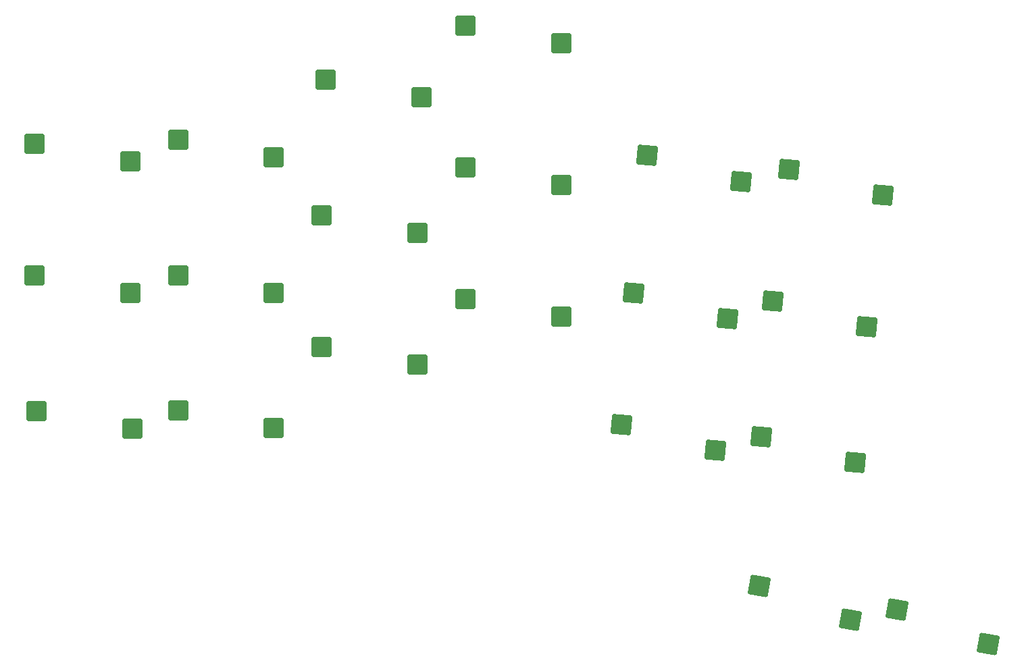
<source format=gbr>
%TF.GenerationSoftware,KiCad,Pcbnew,9.0.6-1.fc43*%
%TF.CreationDate,2026-01-15T13:12:57-05:00*%
%TF.ProjectId,Left,4c656674-2e6b-4696-9361-645f70636258,rev?*%
%TF.SameCoordinates,Original*%
%TF.FileFunction,Paste,Bot*%
%TF.FilePolarity,Positive*%
%FSLAX46Y46*%
G04 Gerber Fmt 4.6, Leading zero omitted, Abs format (unit mm)*
G04 Created by KiCad (PCBNEW 9.0.6-1.fc43) date 2026-01-15 13:12:57*
%MOMM*%
%LPD*%
G01*
G04 APERTURE LIST*
G04 Aperture macros list*
%AMRoundRect*
0 Rectangle with rounded corners*
0 $1 Rounding radius*
0 $2 $3 $4 $5 $6 $7 $8 $9 X,Y pos of 4 corners*
0 Add a 4 corners polygon primitive as box body*
4,1,4,$2,$3,$4,$5,$6,$7,$8,$9,$2,$3,0*
0 Add four circle primitives for the rounded corners*
1,1,$1+$1,$2,$3*
1,1,$1+$1,$4,$5*
1,1,$1+$1,$6,$7*
1,1,$1+$1,$8,$9*
0 Add four rect primitives between the rounded corners*
20,1,$1+$1,$2,$3,$4,$5,0*
20,1,$1+$1,$4,$5,$6,$7,0*
20,1,$1+$1,$6,$7,$8,$9,0*
20,1,$1+$1,$8,$9,$2,$3,0*%
G04 Aperture macros list end*
%ADD10RoundRect,0.250000X-1.108255X-0.906860X0.933944X-1.085529X1.108255X0.906860X-0.933944X1.085529X0*%
%ADD11RoundRect,0.250000X-1.183076X-0.806818X0.835780X-1.162797X1.183076X0.806818X-0.835780X1.162797X0*%
%ADD12RoundRect,0.250000X-1.025000X-1.000000X1.025000X-1.000000X1.025000X1.000000X-1.025000X1.000000X0*%
G04 APERTURE END LIST*
D10*
%TO.C,S12*%
X243557182Y-89238430D03*
X255319776Y-92475927D03*
%TD*%
D11*
%TO.C,S20*%
X259095062Y-127983385D03*
X270530729Y-132233740D03*
%TD*%
D10*
%TO.C,S17*%
X224536253Y-104717787D03*
X236298847Y-107955284D03*
%TD*%
D12*
%TO.C,S10*%
X205000000Y-72500000D03*
X217000000Y-74700000D03*
%TD*%
D10*
%TO.C,S5*%
X227792292Y-71004993D03*
X239554886Y-74242490D03*
%TD*%
D12*
%TO.C,S1*%
X151000000Y-69500000D03*
X163000000Y-71700000D03*
%TD*%
D10*
%TO.C,S11*%
X226057182Y-88238430D03*
X237819776Y-91475927D03*
%TD*%
D11*
%TO.C,S19*%
X241817699Y-124983385D03*
X253253366Y-129233740D03*
%TD*%
D12*
%TO.C,S8*%
X169000000Y-86000000D03*
X181000000Y-88200000D03*
%TD*%
%TO.C,S4*%
X205000000Y-54700000D03*
X217000000Y-56900000D03*
%TD*%
D10*
%TO.C,S6*%
X245536253Y-72717787D03*
X257298847Y-75955284D03*
%TD*%
D12*
%TO.C,S13*%
X151225000Y-103050000D03*
X163225000Y-105250000D03*
%TD*%
%TO.C,S15*%
X187000000Y-95000000D03*
X199000000Y-97200000D03*
%TD*%
%TO.C,S3*%
X187500000Y-61500000D03*
X199500000Y-63700000D03*
%TD*%
%TO.C,S9*%
X187000000Y-78500000D03*
X199000000Y-80700000D03*
%TD*%
%TO.C,S7*%
X151000000Y-86000000D03*
X163000000Y-88200000D03*
%TD*%
%TO.C,S14*%
X169000000Y-103000000D03*
X181000000Y-105200000D03*
%TD*%
%TO.C,S2*%
X169000000Y-69000000D03*
X181000000Y-71200000D03*
%TD*%
%TO.C,S16*%
X205000000Y-89000000D03*
X217000000Y-91200000D03*
%TD*%
D10*
%TO.C,S18*%
X242057182Y-106238430D03*
X253819776Y-109475927D03*
%TD*%
M02*

</source>
